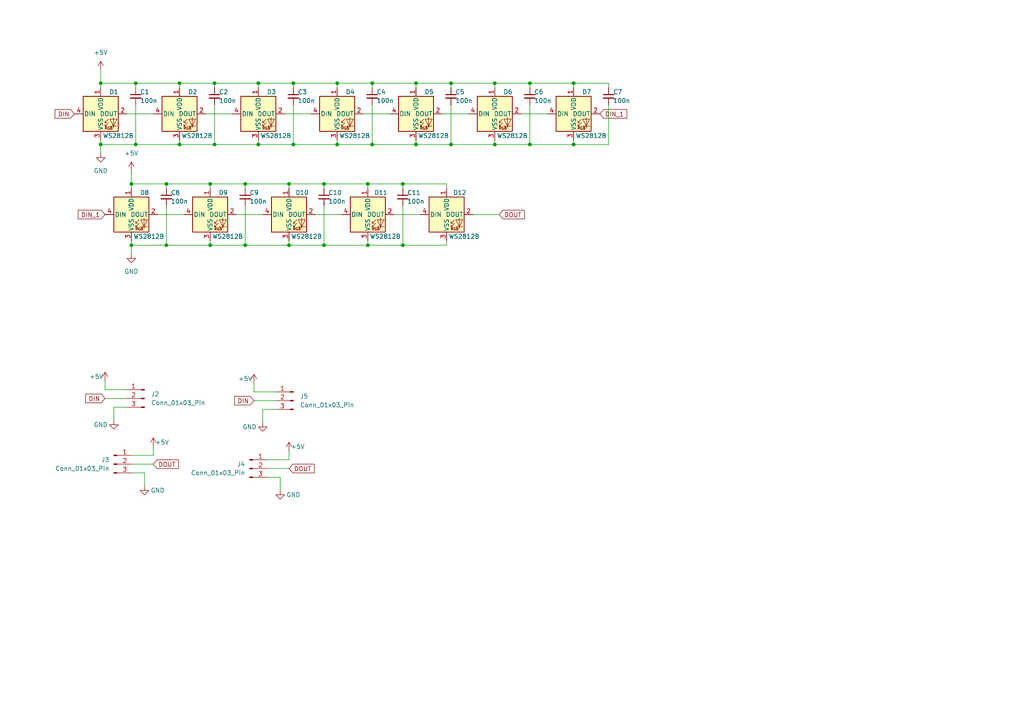
<source format=kicad_sch>
(kicad_sch (version 20230121) (generator eeschema)
  (paper "A4")
  (lib_symbols
    (symbol "Connector:Conn_01x03_Pin" (pin_names (offset 1.016) hide)
      (property "Reference" "J" (at 0 5.08 0))
      (property "Value" "Conn_01x03_Pin" (at 0 -5.08 0))
      (symbol "Conn_01x03_Pin_1_1"
        (polyline (pts (xy 1.27 -2.54) (xy 0.8636 -2.54)) (stroke (width 0.1524)))
        (polyline (pts (xy 1.27 0) (xy 0.8636 0)) (stroke (width 0.1524)))
        (polyline (pts (xy 1.27 2.54) (xy 0.8636 2.54)) (stroke (width 0.1524)))
        (rectangle (start 0.8636 -2.413) (end 0 -2.667) (stroke (width 0.1524)) (fill (type outline)))
        (rectangle (start 0.8636 0.127) (end 0 -0.127) (stroke (width 0.1524)) (fill (type outline)))
        (rectangle (start 0.8636 2.667) (end 0 2.413) (stroke (width 0.1524)) (fill (type outline)))
        (pin passive line (at 5.08 2.54 180) (length 3.81) (name "Pin_1") (number "1"))
        (pin passive line (at 5.08 0 180) (length 3.81) (name "Pin_2") (number "2"))
        (pin passive line (at 5.08 -2.54 180) (length 3.81) (name "Pin_3") (number "3"))
      )
    )
    (symbol "Device:C_Small" (pin_numbers hide) (pin_names (offset 0.254) hide)
      (property "Reference" "C" (at 0.254 1.778 0))
      (property "Value" "C_Small" (at 0.254 -2.032 0))
      (symbol "C_Small_0_1"
        (polyline (pts (xy -1.524 -0.508) (xy 1.524 -0.508)) (stroke (width 0.3302)))
        (polyline (pts (xy -1.524 0.508) (xy 1.524 0.508)) (stroke (width 0.3048)))
      )
      (symbol "C_Small_1_1"
        (pin passive line (at 0 2.54 270) (length 2.032) (name "~") (number "1"))
        (pin passive line (at 0 -2.54 90) (length 2.032) (name "~") (number "2"))
      )
    )
    (symbol "LED:WS2812B" (pin_names (offset 0.254))
      (property "Reference" "D" (at 5.08 5.715 0))
      (property "Value" "WS2812B" (at 1.27 -5.715 0))
      (symbol "WS2812B_0_0"
        (text "RGB" (at 2.286 -4.191 0) (effects (font (size 0.762 0.762))))
      )
      (symbol "WS2812B_0_1"
        (polyline (pts (xy 1.27 -3.556) (xy 1.778 -3.556)))
        (polyline (pts (xy 1.27 -2.54) (xy 1.778 -2.54)))
        (polyline (pts (xy 4.699 -3.556) (xy 2.667 -3.556)))
        (polyline (pts (xy 2.286 -2.54) (xy 1.27 -3.556) (xy 1.27 -3.048)))
        (polyline (pts (xy 2.286 -1.524) (xy 1.27 -2.54) (xy 1.27 -2.032)))
        (polyline (pts (xy 3.683 -1.016) (xy 3.683 -3.556) (xy 3.683 -4.064)))
        (polyline (pts (xy 4.699 -1.524) (xy 2.667 -1.524) (xy 3.683 -3.556) (xy 4.699 -1.524)))
        (rectangle (start 5.08 5.08) (end -5.08 -5.08) (stroke (width 0.254)) (fill (type background)))
      )
      (symbol "WS2812B_1_1"
        (pin power_in line (at 0 7.62 270) (length 2.54) (name "VDD") (number "1"))
        (pin output line (at 7.62 0 180) (length 2.54) (name "DOUT") (number "2"))
        (pin power_in line (at 0 -7.62 90) (length 2.54) (name "VSS") (number "3"))
        (pin input line (at -7.62 0 0) (length 2.54) (name "DIN") (number "4"))
      )
    )
    (symbol "power:+5V" (power) (pin_names (offset 0))
      (property "Value" "+5V" (at 0 3.556 0))
      (symbol "+5V_0_1"
        (polyline (pts (xy -0.762 1.27) (xy 0 2.54)))
        (polyline (pts (xy 0 0) (xy 0 2.54)))
        (polyline (pts (xy 0 2.54) (xy 0.762 1.27)))
      )
      (symbol "+5V_1_1"
        (pin power_in line (at 0 0 90) (length 0) hide (name "+5V") (number "1"))
      )
    )
    (symbol "power:GND" (power) (pin_names (offset 0))
      (property "Value" "GND" (at 0 -3.81 0))
      (symbol "GND_0_1"
        (polyline (pts (xy 0 0) (xy 0 -1.27) (xy 1.27 -1.27) (xy 0 -2.54) (xy -1.27 -1.27) (xy 0 -1.27)))
      )
      (symbol "GND_1_1"
        (pin power_in line (at 0 0 270) (length 0) hide (name "GND") (number "1"))
      )
    )
  )
  (junction (at 143.51 41.91))
  (junction (at 97.79 41.91))
  (junction (at 85.09 41.91))
  (junction (at 83.82 53.34))
  (junction (at 62.23 41.91))
  (junction (at 60.96 71.12))
  (junction (at 29.21 41.91))
  (junction (at 153.67 41.91))
  (junction (at 166.37 24.13))
  (junction (at 143.51 24.13))
  (junction (at 116.84 71.12))
  (junction (at 85.09 24.13))
  (junction (at 38.1 53.34))
  (junction (at 29.21 24.13))
  (junction (at 39.37 24.13))
  (junction (at 166.37 41.91))
  (junction (at 130.81 24.13))
  (junction (at 130.81 41.91))
  (junction (at 83.82 71.12))
  (junction (at 52.07 41.91))
  (junction (at 153.67 24.13))
  (junction (at 107.95 41.91))
  (junction (at 48.26 53.34))
  (junction (at 38.1 71.12))
  (junction (at 93.98 71.12))
  (junction (at 120.65 24.13))
  (junction (at 106.68 71.12))
  (junction (at 74.93 41.91))
  (junction (at 71.12 71.12))
  (junction (at 107.95 24.13))
  (junction (at 116.84 53.34))
  (junction (at 48.26 71.12))
  (junction (at 106.68 53.34))
  (junction (at 71.12 53.34))
  (junction (at 60.96 53.34))
  (junction (at 120.65 41.91))
  (junction (at 62.23 24.13))
  (junction (at 74.93 24.13))
  (junction (at 52.07 24.13))
  (junction (at 39.37 41.91))
  (junction (at 93.98 53.34))
  (junction (at 97.79 24.13))
  (wire (pts (xy 39.37 41.91) (xy 52.07 41.91)))
  (wire (pts (xy 41.91 137.16) (xy 38.1 137.16)))
  (wire (pts (xy 114.3 62.23) (xy 121.92 62.23)))
  (wire (pts (xy 60.96 54.61) (xy 60.96 53.34)))
  (wire (pts (xy 166.37 24.13) (xy 176.53 24.13)))
  (wire (pts (xy 93.98 71.12) (xy 83.82 71.12)))
  (wire (pts (xy 39.37 24.13) (xy 52.07 24.13)))
  (wire (pts (xy 116.84 53.34) (xy 116.84 54.61)))
  (wire (pts (xy 45.72 62.23) (xy 53.34 62.23)))
  (wire (pts (xy 48.26 71.12) (xy 60.96 71.12)))
  (wire (pts (xy 153.67 30.48) (xy 153.67 41.91)))
  (wire (pts (xy 52.07 24.13) (xy 62.23 24.13)))
  (wire (pts (xy 106.68 54.61) (xy 106.68 53.34)))
  (wire (pts (xy 81.28 138.43) (xy 77.47 138.43)))
  (wire (pts (xy 176.53 41.91) (xy 166.37 41.91)))
  (wire (pts (xy 48.26 53.34) (xy 48.26 54.61)))
  (wire (pts (xy 97.79 40.64) (xy 97.79 41.91)))
  (wire (pts (xy 29.21 24.13) (xy 39.37 24.13)))
  (wire (pts (xy 91.44 62.23) (xy 99.06 62.23)))
  (wire (pts (xy 39.37 24.13) (xy 39.37 25.4)))
  (wire (pts (xy 143.51 24.13) (xy 153.67 24.13)))
  (wire (pts (xy 62.23 41.91) (xy 52.07 41.91)))
  (wire (pts (xy 120.65 24.13) (xy 130.81 24.13)))
  (wire (pts (xy 85.09 41.91) (xy 74.93 41.91)))
  (wire (pts (xy 62.23 41.91) (xy 74.93 41.91)))
  (wire (pts (xy 52.07 25.4) (xy 52.07 24.13)))
  (wire (pts (xy 38.1 54.61) (xy 38.1 53.34)))
  (wire (pts (xy 107.95 30.48) (xy 107.95 41.91)))
  (wire (pts (xy 153.67 41.91) (xy 143.51 41.91)))
  (wire (pts (xy 39.37 30.48) (xy 39.37 41.91)))
  (wire (pts (xy 166.37 25.4) (xy 166.37 24.13)))
  (wire (pts (xy 120.65 40.64) (xy 120.65 41.91)))
  (wire (pts (xy 29.21 20.32) (xy 29.21 24.13)))
  (wire (pts (xy 130.81 41.91) (xy 143.51 41.91)))
  (wire (pts (xy 97.79 25.4) (xy 97.79 24.13)))
  (wire (pts (xy 74.93 25.4) (xy 74.93 24.13)))
  (wire (pts (xy 71.12 53.34) (xy 71.12 54.61)))
  (wire (pts (xy 38.1 49.53) (xy 38.1 53.34)))
  (wire (pts (xy 82.55 33.02) (xy 90.17 33.02)))
  (wire (pts (xy 71.12 53.34) (xy 83.82 53.34)))
  (wire (pts (xy 48.26 53.34) (xy 60.96 53.34)))
  (wire (pts (xy 176.53 24.13) (xy 176.53 25.4)))
  (wire (pts (xy 36.83 33.02) (xy 44.45 33.02)))
  (wire (pts (xy 30.48 113.03) (xy 36.83 113.03)))
  (wire (pts (xy 116.84 71.12) (xy 106.68 71.12)))
  (wire (pts (xy 71.12 71.12) (xy 60.96 71.12)))
  (wire (pts (xy 116.84 71.12) (xy 129.54 71.12)))
  (wire (pts (xy 60.96 53.34) (xy 71.12 53.34)))
  (wire (pts (xy 44.45 134.62) (xy 38.1 134.62)))
  (wire (pts (xy 76.2 118.745) (xy 80.01 118.745)))
  (wire (pts (xy 60.96 69.85) (xy 60.96 71.12)))
  (wire (pts (xy 38.1 69.85) (xy 38.1 71.12)))
  (wire (pts (xy 44.45 132.08) (xy 44.45 129.54)))
  (wire (pts (xy 93.98 71.12) (xy 106.68 71.12)))
  (wire (pts (xy 105.41 33.02) (xy 113.03 33.02)))
  (wire (pts (xy 29.21 40.64) (xy 29.21 41.91)))
  (wire (pts (xy 38.1 71.12) (xy 38.1 73.66)))
  (wire (pts (xy 48.26 59.69) (xy 48.26 71.12)))
  (wire (pts (xy 93.98 59.69) (xy 93.98 71.12)))
  (wire (pts (xy 120.65 25.4) (xy 120.65 24.13)))
  (wire (pts (xy 62.23 30.48) (xy 62.23 41.91)))
  (wire (pts (xy 83.82 69.85) (xy 83.82 71.12)))
  (wire (pts (xy 76.2 118.745) (xy 76.2 122.555)))
  (wire (pts (xy 29.21 41.91) (xy 29.21 44.45)))
  (wire (pts (xy 130.81 41.91) (xy 120.65 41.91)))
  (wire (pts (xy 62.23 24.13) (xy 74.93 24.13)))
  (wire (pts (xy 106.68 53.34) (xy 116.84 53.34)))
  (wire (pts (xy 107.95 24.13) (xy 120.65 24.13)))
  (wire (pts (xy 33.02 118.11) (xy 33.02 121.92)))
  (wire (pts (xy 39.37 41.91) (xy 29.21 41.91)))
  (wire (pts (xy 137.16 62.23) (xy 144.78 62.23)))
  (wire (pts (xy 85.09 41.91) (xy 97.79 41.91)))
  (wire (pts (xy 85.09 30.48) (xy 85.09 41.91)))
  (wire (pts (xy 62.23 24.13) (xy 62.23 25.4)))
  (wire (pts (xy 128.27 33.02) (xy 135.89 33.02)))
  (wire (pts (xy 48.26 71.12) (xy 38.1 71.12)))
  (wire (pts (xy 73.66 113.665) (xy 73.66 111.125)))
  (wire (pts (xy 130.81 24.13) (xy 130.81 25.4)))
  (wire (pts (xy 116.84 59.69) (xy 116.84 71.12)))
  (wire (pts (xy 107.95 24.13) (xy 107.95 25.4)))
  (wire (pts (xy 116.84 53.34) (xy 129.54 53.34)))
  (wire (pts (xy 85.09 24.13) (xy 85.09 25.4)))
  (wire (pts (xy 73.66 116.205) (xy 80.01 116.205)))
  (wire (pts (xy 30.48 113.03) (xy 30.48 110.49)))
  (wire (pts (xy 107.95 41.91) (xy 97.79 41.91)))
  (wire (pts (xy 153.67 41.91) (xy 166.37 41.91)))
  (wire (pts (xy 130.81 24.13) (xy 143.51 24.13)))
  (wire (pts (xy 41.91 137.16) (xy 41.91 140.97)))
  (wire (pts (xy 97.79 24.13) (xy 107.95 24.13)))
  (wire (pts (xy 107.95 41.91) (xy 120.65 41.91)))
  (wire (pts (xy 71.12 59.69) (xy 71.12 71.12)))
  (wire (pts (xy 130.81 30.48) (xy 130.81 41.91)))
  (wire (pts (xy 153.67 24.13) (xy 153.67 25.4)))
  (wire (pts (xy 38.1 53.34) (xy 48.26 53.34)))
  (wire (pts (xy 44.45 132.08) (xy 38.1 132.08)))
  (wire (pts (xy 33.02 118.11) (xy 36.83 118.11)))
  (wire (pts (xy 106.68 69.85) (xy 106.68 71.12)))
  (wire (pts (xy 83.82 133.35) (xy 77.47 133.35)))
  (wire (pts (xy 93.98 53.34) (xy 93.98 54.61)))
  (wire (pts (xy 176.53 30.48) (xy 176.53 41.91)))
  (wire (pts (xy 83.82 133.35) (xy 83.82 130.81)))
  (wire (pts (xy 93.98 53.34) (xy 106.68 53.34)))
  (wire (pts (xy 81.28 138.43) (xy 81.28 142.24)))
  (wire (pts (xy 143.51 25.4) (xy 143.51 24.13)))
  (wire (pts (xy 166.37 40.64) (xy 166.37 41.91)))
  (wire (pts (xy 74.93 24.13) (xy 85.09 24.13)))
  (wire (pts (xy 83.82 54.61) (xy 83.82 53.34)))
  (wire (pts (xy 59.69 33.02) (xy 67.31 33.02)))
  (wire (pts (xy 73.66 113.665) (xy 80.01 113.665)))
  (wire (pts (xy 143.51 40.64) (xy 143.51 41.91)))
  (wire (pts (xy 83.82 135.89) (xy 77.47 135.89)))
  (wire (pts (xy 68.58 62.23) (xy 76.2 62.23)))
  (wire (pts (xy 52.07 40.64) (xy 52.07 41.91)))
  (wire (pts (xy 83.82 53.34) (xy 93.98 53.34)))
  (wire (pts (xy 30.48 115.57) (xy 36.83 115.57)))
  (wire (pts (xy 151.13 33.02) (xy 158.75 33.02)))
  (wire (pts (xy 85.09 24.13) (xy 97.79 24.13)))
  (wire (pts (xy 74.93 40.64) (xy 74.93 41.91)))
  (wire (pts (xy 129.54 54.61) (xy 129.54 53.34)))
  (wire (pts (xy 129.54 69.85) (xy 129.54 71.12)))
  (wire (pts (xy 153.67 24.13) (xy 166.37 24.13)))
  (wire (pts (xy 71.12 71.12) (xy 83.82 71.12)))
  (wire (pts (xy 29.21 25.4) (xy 29.21 24.13)))
  (global_label "DIN_1" (shape input) (at 30.48 62.23 180) (property "Intersheetrefs" "${INTERSHEET_REFS}" (effects hide)))
  (global_label "DIN" (shape input) (at 30.48 115.57 180) (property "Intersheetrefs" "${INTERSHEET_REFS}" (effects hide)))
  (global_label "DOUT" (shape input) (at 144.78 62.23 0) (property "Intersheetrefs" "${INTERSHEET_REFS}" (effects hide)))
  (global_label "DOUT" (shape input) (at 44.45 134.62 0) (property "Intersheetrefs" "${INTERSHEET_REFS}" (effects hide)))
  (global_label "DIN_1" (shape input) (at 173.99 33.02 0) (property "Intersheetrefs" "${INTERSHEET_REFS}" (effects hide)))
  (global_label "DOUT" (shape input) (at 83.82 135.89 0) (property "Intersheetrefs" "${INTERSHEET_REFS}" (effects hide)))
  (global_label "DIN" (shape input) (at 73.66 116.205 180) (property "Intersheetrefs" "${INTERSHEET_REFS}" (effects hide)))
  (global_label "DIN" (shape input) (at 21.59 33.02 180) (property "Intersheetrefs" "${INTERSHEET_REFS}" (effects hide)))
  (symbol (lib_id "power:GND") (at 38.1 73.66 0) (unit 1)
    (property "Reference" "#PWR04" (effects hide))
    (property "Value" "GND" (at 38.1 78.74 0))
  )
  (symbol (lib_id "Connector:Conn_01x03_Pin") (at 85.09 116.205 0) (mirror y) (unit 1)
    (property "Reference" "J5" (at 86.995 114.935 0) (effects (justify right)))
    (property "Value" "Conn_01x03_Pin" (at 86.995 117.475 0) (effects (justify right)))
    (property "Footprint" "libraries:3-PIN_SOLDER_EDGE" (effects hide))
  )
  (symbol (lib_id "LED:WS2812B") (at 29.21 33.02 0) (unit 1)
    (property "Reference" "D1" (at 33.02 26.67 0))
    (property "Value" "WS2812B" (at 34.29 39.37 0))
    (property "Footprint" "LED_SMD:LED_WS2812B_PLCC4_5.0x5.0mm_P3.2mm" (effects hide))
    (property "Datasheet" "https://cdn-shop.adafruit.com/datasheets/WS2812B.pdf" (effects hide))
  )
  (symbol (lib_id "power:+5V") (at 29.21 20.32 0) (unit 1)
    (property "Reference" "#PWR01" (effects hide))
    (property "Value" "+5V" (at 29.21 15.24 0))
  )
  (symbol (lib_id "LED:WS2812B") (at 143.51 33.02 0) (unit 1)
    (property "Reference" "D6" (at 147.32 26.67 0))
    (property "Value" "WS2812B" (at 148.59 39.37 0))
    (property "Footprint" "LED_SMD:LED_WS2812B_PLCC4_5.0x5.0mm_P3.2mm" (effects hide))
    (property "Datasheet" "https://cdn-shop.adafruit.com/datasheets/WS2812B.pdf" (effects hide))
  )
  (symbol (lib_id "LED:WS2812B") (at 97.79 33.02 0) (unit 1)
    (property "Reference" "D4" (at 101.6 26.67 0))
    (property "Value" "WS2812B" (at 102.87 39.37 0))
    (property "Footprint" "LED_SMD:LED_WS2812B_PLCC4_5.0x5.0mm_P3.2mm" (effects hide))
    (property "Datasheet" "https://cdn-shop.adafruit.com/datasheets/WS2812B.pdf" (effects hide))
  )
  (symbol (lib_id "LED:WS2812B") (at 106.68 62.23 0) (unit 1)
    (property "Reference" "D11" (at 110.49 55.88 0))
    (property "Value" "WS2812B" (at 111.76 68.58 0))
    (property "Footprint" "LED_SMD:LED_WS2812B_PLCC4_5.0x5.0mm_P3.2mm" (effects hide))
    (property "Datasheet" "https://cdn-shop.adafruit.com/datasheets/WS2812B.pdf" (effects hide))
  )
  (symbol (lib_id "power:GND") (at 81.28 142.24 0) (unit 1)
    (property "Reference" "#PWR014" (effects hide))
    (property "Value" "GND" (at 85.09 143.51 0))
  )
  (symbol (lib_id "Connector:Conn_01x03_Pin") (at 72.39 135.89 0) (unit 1)
    (property "Reference" "J4" (at 71.12 134.62 0) (effects (justify right)))
    (property "Value" "Conn_01x03_Pin" (at 71.12 137.16 0) (effects (justify right)))
    (property "Footprint" "libraries:3-PIN_SOLDER_EDGE" (effects hide))
  )
  (symbol (lib_id "LED:WS2812B") (at 52.07 33.02 0) (unit 1)
    (property "Reference" "D2" (at 55.88 26.67 0))
    (property "Value" "WS2812B" (at 57.15 39.37 0))
    (property "Footprint" "LED_SMD:LED_WS2812B_PLCC4_5.0x5.0mm_P3.2mm" (effects hide))
    (property "Datasheet" "https://cdn-shop.adafruit.com/datasheets/WS2812B.pdf" (effects hide))
  )
  (symbol (lib_id "power:+5V") (at 30.48 110.49 0) (mirror y) (unit 1)
    (property "Reference" "#PWR07" (effects hide))
    (property "Value" "+5V" (at 27.94 109.22 0))
  )
  (symbol (lib_id "power:GND") (at 29.21 44.45 0) (unit 1)
    (property "Reference" "#PWR02" (effects hide))
    (property "Value" "GND" (at 29.21 49.53 0))
  )
  (symbol (lib_id "power:GND") (at 41.91 140.97 0) (unit 1)
    (property "Reference" "#PWR09" (effects hide))
    (property "Value" "GND" (at 45.72 142.24 0))
  )
  (symbol (lib_id "LED:WS2812B") (at 129.54 62.23 0) (unit 1)
    (property "Reference" "D12" (at 133.35 55.88 0))
    (property "Value" "WS2812B" (at 134.62 68.58 0))
    (property "Footprint" "LED_SMD:LED_WS2812B_PLCC4_5.0x5.0mm_P3.2mm" (effects hide))
    (property "Datasheet" "https://cdn-shop.adafruit.com/datasheets/WS2812B.pdf" (effects hide))
  )
  (symbol (lib_id "power:GND") (at 33.02 121.92 0) (mirror y) (unit 1)
    (property "Reference" "#PWR08" (effects hide))
    (property "Value" "GND" (at 29.21 123.19 0))
  )
  (symbol (lib_id "LED:WS2812B") (at 38.1 62.23 0) (unit 1)
    (property "Reference" "D8" (at 41.91 55.88 0))
    (property "Value" "WS2812B" (at 43.18 68.58 0))
    (property "Footprint" "LED_SMD:LED_WS2812B_PLCC4_5.0x5.0mm_P3.2mm" (effects hide))
    (property "Datasheet" "https://cdn-shop.adafruit.com/datasheets/WS2812B.pdf" (effects hide))
  )
  (symbol (lib_id "Device:C_Small") (at 153.67 27.94 0) (unit 1)
    (property "Reference" "C6" (at 154.94 26.67 0) (effects (justify left)))
    (property "Value" "100n" (at 154.94 29.21 0) (effects (justify left)))
    (property "Footprint" "Capacitor_SMD:C_0603_1608Metric" (effects hide))
    (property "Datasheet" "https://www.mouser.com/ProductDetail/KYOCERA-AVX/KGM15BR71H104KT?qs=Jm2GQyTW%2FbhrbR7gNqPCtw%3D%3D" (effects hide))
  )
  (symbol (lib_id "Connector:Conn_01x03_Pin") (at 41.91 115.57 0) (mirror y) (unit 1)
    (property "Reference" "J2" (at 43.815 114.3 0) (effects (justify right)))
    (property "Value" "Conn_01x03_Pin" (at 43.815 116.84 0) (effects (justify right)))
    (property "Footprint" "libraries:3-PIN_SOLDER_EDGE" (effects hide))
  )
  (symbol (lib_id "LED:WS2812B") (at 120.65 33.02 0) (unit 1)
    (property "Reference" "D5" (at 124.46 26.67 0))
    (property "Value" "WS2812B" (at 125.73 39.37 0))
    (property "Footprint" "LED_SMD:LED_WS2812B_PLCC4_5.0x5.0mm_P3.2mm" (effects hide))
    (property "Datasheet" "https://cdn-shop.adafruit.com/datasheets/WS2812B.pdf" (effects hide))
  )
  (symbol (lib_id "Device:C_Small") (at 93.98 57.15 0) (unit 1)
    (property "Reference" "C10" (at 95.25 55.88 0) (effects (justify left)))
    (property "Value" "100n" (at 95.25 58.42 0) (effects (justify left)))
    (property "Footprint" "Capacitor_SMD:C_0603_1608Metric" (effects hide))
    (property "Datasheet" "https://www.mouser.com/ProductDetail/KYOCERA-AVX/KGM15BR71H104KT?qs=Jm2GQyTW%2FbhrbR7gNqPCtw%3D%3D" (effects hide))
  )
  (symbol (lib_id "Device:C_Small") (at 107.95 27.94 0) (unit 1)
    (property "Reference" "C4" (at 109.22 26.67 0) (effects (justify left)))
    (property "Value" "100n" (at 109.22 29.21 0) (effects (justify left)))
    (property "Footprint" "Capacitor_SMD:C_0603_1608Metric" (effects hide))
    (property "Datasheet" "https://www.mouser.com/ProductDetail/KYOCERA-AVX/KGM15BR71H104KT?qs=Jm2GQyTW%2FbhrbR7gNqPCtw%3D%3D" (effects hide))
  )
  (symbol (lib_id "LED:WS2812B") (at 74.93 33.02 0) (unit 1)
    (property "Reference" "D3" (at 78.74 26.67 0))
    (property "Value" "WS2812B" (at 80.01 39.37 0))
    (property "Footprint" "LED_SMD:LED_WS2812B_PLCC4_5.0x5.0mm_P3.2mm" (effects hide))
    (property "Datasheet" "https://cdn-shop.adafruit.com/datasheets/WS2812B.pdf" (effects hide))
  )
  (symbol (lib_id "power:+5V") (at 73.66 111.125 0) (mirror y) (unit 1)
    (property "Reference" "#PWR011" (effects hide))
    (property "Value" "+5V" (at 71.12 109.855 0))
  )
  (symbol (lib_id "Device:C_Small") (at 48.26 57.15 0) (unit 1)
    (property "Reference" "C8" (at 49.53 55.88 0) (effects (justify left)))
    (property "Value" "100n" (at 49.53 58.42 0) (effects (justify left)))
    (property "Footprint" "Capacitor_SMD:C_0603_1608Metric" (effects hide))
    (property "Datasheet" "https://www.mouser.com/ProductDetail/KYOCERA-AVX/KGM15BR71H104KT?qs=Jm2GQyTW%2FbhrbR7gNqPCtw%3D%3D" (effects hide))
  )
  (symbol (lib_id "power:+5V") (at 38.1 49.53 0) (unit 1)
    (property "Reference" "#PWR03" (effects hide))
    (property "Value" "+5V" (at 38.1 44.45 0))
  )
  (symbol (lib_id "Device:C_Small") (at 62.23 27.94 0) (unit 1)
    (property "Reference" "C2" (at 63.5 26.67 0) (effects (justify left)))
    (property "Value" "100n" (at 63.5 29.21 0) (effects (justify left)))
    (property "Footprint" "Capacitor_SMD:C_0603_1608Metric" (effects hide))
    (property "Datasheet" "https://www.mouser.com/ProductDetail/KYOCERA-AVX/KGM15BR71H104KT?qs=Jm2GQyTW%2FbhrbR7gNqPCtw%3D%3D" (effects hide))
  )
  (symbol (lib_id "LED:WS2812B") (at 60.96 62.23 0) (unit 1)
    (property "Reference" "D9" (at 64.77 55.88 0))
    (property "Value" "WS2812B" (at 66.04 68.58 0))
    (property "Footprint" "LED_SMD:LED_WS2812B_PLCC4_5.0x5.0mm_P3.2mm" (effects hide))
    (property "Datasheet" "https://cdn-shop.adafruit.com/datasheets/WS2812B.pdf" (effects hide))
  )
  (symbol (lib_id "Device:C_Small") (at 39.37 27.94 0) (unit 1)
    (property "Reference" "C1" (at 40.64 26.67 0) (effects (justify left)))
    (property "Value" "100n" (at 40.64 29.21 0) (effects (justify left)))
    (property "Footprint" "Capacitor_SMD:C_0603_1608Metric" (effects hide))
    (property "Datasheet" "https://www.mouser.com/ProductDetail/KYOCERA-AVX/KGM15BR71H104KT?qs=Jm2GQyTW%2FbhrbR7gNqPCtw%3D%3D" (effects hide))
  )
  (symbol (lib_id "power:GND") (at 76.2 122.555 0) (mirror y) (unit 1)
    (property "Reference" "#PWR012" (effects hide))
    (property "Value" "GND" (at 72.39 123.825 0))
  )
  (symbol (lib_id "Device:C_Small") (at 176.53 27.94 0) (unit 1)
    (property "Reference" "C7" (at 177.8 26.67 0) (effects (justify left)))
    (property "Value" "100n" (at 177.8 29.21 0) (effects (justify left)))
    (property "Footprint" "Capacitor_SMD:C_0603_1608Metric" (effects hide))
    (property "Datasheet" "https://www.mouser.com/ProductDetail/KYOCERA-AVX/KGM15BR71H104KT?qs=Jm2GQyTW%2FbhrbR7gNqPCtw%3D%3D" (effects hide))
  )
  (symbol (lib_id "LED:WS2812B") (at 166.37 33.02 0) (unit 1)
    (property "Reference" "D7" (at 170.18 26.67 0))
    (property "Value" "WS2812B" (at 171.45 39.37 0))
    (property "Footprint" "LED_SMD:LED_WS2812B_PLCC4_5.0x5.0mm_P3.2mm" (effects hide))
    (property "Datasheet" "https://cdn-shop.adafruit.com/datasheets/WS2812B.pdf" (effects hide))
  )
  (symbol (lib_id "Device:C_Small") (at 130.81 27.94 0) (unit 1)
    (property "Reference" "C5" (at 132.08 26.67 0) (effects (justify left)))
    (property "Value" "100n" (at 132.08 29.21 0) (effects (justify left)))
    (property "Footprint" "Capacitor_SMD:C_0603_1608Metric" (effects hide))
    (property "Datasheet" "https://www.mouser.com/ProductDetail/KYOCERA-AVX/KGM15BR71H104KT?qs=Jm2GQyTW%2FbhrbR7gNqPCtw%3D%3D" (effects hide))
  )
  (symbol (lib_id "power:+5V") (at 44.45 129.54 0) (unit 1)
    (property "Reference" "#PWR010" (effects hide))
    (property "Value" "+5V" (at 46.99 128.27 0))
  )
  (symbol (lib_id "power:+5V") (at 83.82 130.81 0) (unit 1)
    (property "Reference" "#PWR013" (effects hide))
    (property "Value" "+5V" (at 86.36 129.54 0))
  )
  (symbol (lib_id "Connector:Conn_01x03_Pin") (at 33.02 134.62 0) (unit 1)
    (property "Reference" "J3" (at 31.75 133.35 0) (effects (justify right)))
    (property "Value" "Conn_01x03_Pin" (at 31.75 135.89 0) (effects (justify right)))
    (property "Footprint" "libraries:3-PIN_SOLDER_EDGE" (effects hide))
  )
  (symbol (lib_id "Device:C_Small") (at 85.09 27.94 0) (unit 1)
    (property "Reference" "C3" (at 86.36 26.67 0) (effects (justify left)))
    (property "Value" "100n" (at 86.36 29.21 0) (effects (justify left)))
    (property "Footprint" "Capacitor_SMD:C_0603_1608Metric" (effects hide))
    (property "Datasheet" "https://www.mouser.com/ProductDetail/KYOCERA-AVX/KGM15BR71H104KT?qs=Jm2GQyTW%2FbhrbR7gNqPCtw%3D%3D" (effects hide))
  )
  (symbol (lib_id "Device:C_Small") (at 71.12 57.15 0) (unit 1)
    (property "Reference" "C9" (at 72.39 55.88 0) (effects (justify left)))
    (property "Value" "100n" (at 72.39 58.42 0) (effects (justify left)))
    (property "Footprint" "Capacitor_SMD:C_0603_1608Metric" (effects hide))
    (property "Datasheet" "https://www.mouser.com/ProductDetail/KYOCERA-AVX/KGM15BR71H104KT?qs=Jm2GQyTW%2FbhrbR7gNqPCtw%3D%3D" (effects hide))
  )
  (symbol (lib_id "Device:C_Small") (at 116.84 57.15 0) (unit 1)
    (property "Reference" "C11" (at 118.11 55.88 0) (effects (justify left)))
    (property "Value" "100n" (at 118.11 58.42 0) (effects (justify left)))
    (property "Footprint" "Capacitor_SMD:C_0603_1608Metric" (effects hide))
    (property "Datasheet" "https://www.mouser.com/ProductDetail/KYOCERA-AVX/KGM15BR71H104KT?qs=Jm2GQyTW%2FbhrbR7gNqPCtw%3D%3D" (effects hide))
  )
  (symbol (lib_id "LED:WS2812B") (at 83.82 62.23 0) (unit 1)
    (property "Reference" "D10" (at 87.63 55.88 0))
    (property "Value" "WS2812B" (at 88.9 68.58 0))
    (property "Footprint" "LED_SMD:LED_WS2812B_PLCC4_5.0x5.0mm_P3.2mm" (effects hide))
    (property "Datasheet" "https://cdn-shop.adafruit.com/datasheets/WS2812B.pdf" (effects hide))
  )
)
</source>
